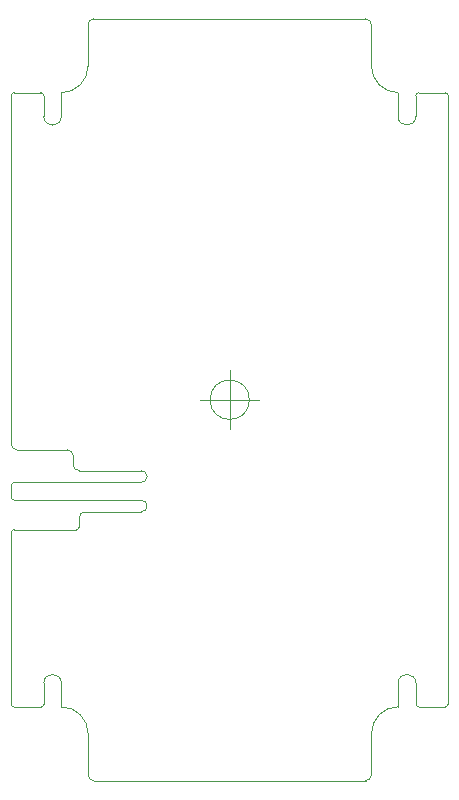
<source format=gm1>
%TF.GenerationSoftware,KiCad,Pcbnew,(5.1.6)-1*%
%TF.CreationDate,2020-09-30T11:01:53+04:00*%
%TF.ProjectId,Generic_Node-BatteryHolder,47656e65-7269-4635-9f4e-6f64652d4261,1.0*%
%TF.SameCoordinates,Original*%
%TF.FileFunction,Profile,NP*%
%FSLAX46Y46*%
G04 Gerber Fmt 4.6, Leading zero omitted, Abs format (unit mm)*
G04 Created by KiCad (PCBNEW (5.1.6)-1) date 2020-09-30 11:01:53*
%MOMM*%
%LPD*%
G01*
G04 APERTURE LIST*
%TA.AperFunction,Profile*%
%ADD10C,0.050000*%
%TD*%
G04 APERTURE END LIST*
D10*
X136750000Y-104750000D02*
X136750000Y-105500000D01*
X136250000Y-104250000D02*
G75*
G02*
X136750000Y-104750000I0J-500000D01*
G01*
X132000000Y-104250000D02*
G75*
G02*
X131500000Y-103750000I0J500000D01*
G01*
X131500000Y-103750000D02*
X131500000Y-74250000D01*
X136250000Y-104250000D02*
X132000000Y-104250000D01*
X137250000Y-106000000D02*
G75*
G02*
X136750000Y-105500000I0J500000D01*
G01*
X138250000Y-106000000D02*
X137250000Y-106000000D01*
X131500000Y-107250000D02*
X131500000Y-108250000D01*
X131750000Y-108500000D02*
G75*
G02*
X131500000Y-108250000I0J250000D01*
G01*
X131500000Y-107250000D02*
G75*
G02*
X131750000Y-107000000I250000J0D01*
G01*
X142500000Y-106000000D02*
G75*
G02*
X142500000Y-107000000I0J-500000D01*
G01*
X142500000Y-108500000D02*
G75*
G02*
X142500000Y-109500000I0J-500000D01*
G01*
X137250000Y-110000000D02*
G75*
G02*
X137750000Y-109500000I500000J0D01*
G01*
X142500000Y-106000000D02*
X138250000Y-106000000D01*
X131750000Y-107000000D02*
X142500000Y-107000000D01*
X142500000Y-108500000D02*
X131750000Y-108500000D01*
X137750000Y-109500000D02*
X142500000Y-109500000D01*
X137250000Y-110750000D02*
X137250000Y-110000000D01*
X131750000Y-111000000D02*
X137000000Y-111000000D01*
X137250000Y-110750000D02*
G75*
G02*
X137000000Y-111000000I-250000J0D01*
G01*
X131500000Y-111250000D02*
G75*
G02*
X131750000Y-111000000I250000J0D01*
G01*
X134000000Y-74000000D02*
X131750000Y-74000000D01*
X131500000Y-74250000D02*
G75*
G02*
X131750000Y-74000000I250000J0D01*
G01*
X134000000Y-74000000D02*
G75*
G02*
X134250000Y-74250000I0J-250000D01*
G01*
X168250000Y-74000000D02*
X166000000Y-74000000D01*
X168250000Y-74000000D02*
G75*
G02*
X168500000Y-74250000I0J-250000D01*
G01*
X165750000Y-74250000D02*
G75*
G02*
X166000000Y-74000000I250000J0D01*
G01*
X168250000Y-126000000D02*
X166000000Y-126000000D01*
X166000000Y-126000000D02*
G75*
G02*
X165750000Y-125750000I0J250000D01*
G01*
X168500000Y-125750000D02*
G75*
G02*
X168250000Y-126000000I-250000J0D01*
G01*
X134000000Y-126000000D02*
X131750000Y-126000000D01*
X131750000Y-126000000D02*
G75*
G02*
X131500000Y-125750000I0J250000D01*
G01*
X134250000Y-125750000D02*
G75*
G02*
X134000000Y-126000000I-250000J0D01*
G01*
X134250000Y-74250000D02*
X134250000Y-76000000D01*
X135750000Y-76000000D02*
G75*
G02*
X134250000Y-76000000I-750000J0D01*
G01*
X165750000Y-125750000D02*
X165750000Y-124000000D01*
X164250000Y-124000000D02*
G75*
G02*
X165750000Y-124000000I750000J0D01*
G01*
X165750000Y-76000000D02*
G75*
G02*
X164250000Y-76000000I-750000J0D01*
G01*
X165750000Y-74250000D02*
X165750000Y-76000000D01*
X134250000Y-125750000D02*
X134250000Y-124000000D01*
X134250000Y-124000000D02*
G75*
G02*
X135750000Y-124000000I750000J0D01*
G01*
X164250000Y-74000000D02*
X164250000Y-76000000D01*
X164250000Y-74000000D02*
G75*
G02*
X162000000Y-71750000I0J2250000D01*
G01*
X162000000Y-68250000D02*
X162000000Y-71750000D01*
X161500000Y-67750000D02*
G75*
G02*
X162000000Y-68250000I0J-500000D01*
G01*
X138000000Y-68250000D02*
G75*
G02*
X138500000Y-67750000I500000J0D01*
G01*
X138000000Y-71750000D02*
G75*
G02*
X135750000Y-74000000I-2250000J0D01*
G01*
X135750000Y-74000000D02*
X135750000Y-76000000D01*
X138000000Y-68250000D02*
X138000000Y-71750000D01*
X164250000Y-126000000D02*
X164250000Y-124000000D01*
X162000000Y-128250000D02*
G75*
G02*
X164250000Y-126000000I2250000J0D01*
G01*
X162000000Y-131750000D02*
X162000000Y-128250000D01*
X162000000Y-131750000D02*
G75*
G02*
X161500000Y-132250000I-500000J0D01*
G01*
X135750000Y-126000000D02*
X135750000Y-124000000D01*
X135750000Y-126000000D02*
G75*
G02*
X138000000Y-128250000I0J-2250000D01*
G01*
X138000000Y-131750000D02*
X138000000Y-128250000D01*
X138500000Y-132250000D02*
G75*
G02*
X138000000Y-131750000I0J500000D01*
G01*
X168500000Y-74250000D02*
X168500000Y-125750000D01*
X131500000Y-125750000D02*
X131500000Y-111250000D01*
X150000000Y-132250000D02*
X138500000Y-132250000D01*
X150000000Y-132250000D02*
X161500000Y-132250000D01*
X150000000Y-67750000D02*
X138500000Y-67750000D01*
X150000000Y-67750000D02*
X161500000Y-67750000D01*
X151666666Y-100000000D02*
G75*
G03*
X151666666Y-100000000I-1666666J0D01*
G01*
X147500000Y-100000000D02*
X152500000Y-100000000D01*
X150000000Y-97500000D02*
X150000000Y-102500000D01*
M02*

</source>
